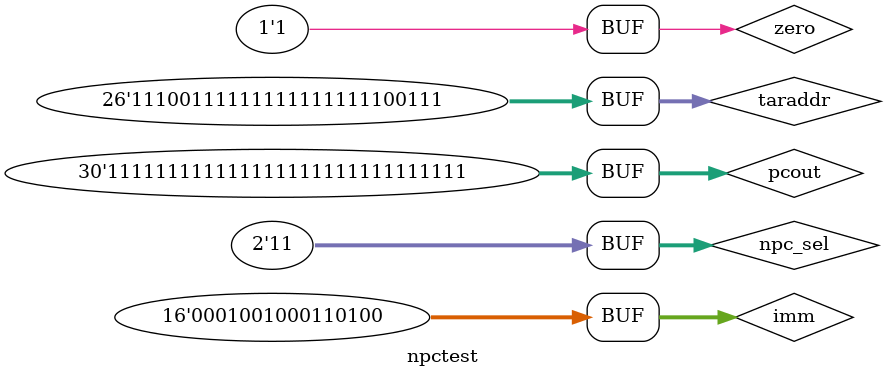
<source format=v>
module npctest;
  reg[25:0]taraddr;
  wire[29:0]newpc;
  reg[15:0]imm;
  reg[1:0]npc_sel;
  reg zero;
  reg[29:0]pcout;
  npc n(taraddr,pcout,imm,npc_sel,zero,newpc);
  
  initial
  begin
    //since npe_sel is 00, it should just go one down, pcout+1
    taraddr=26'b11111111111101111111111111;
    imm=16'h1234;
    npc_sel=2'b00;
    zero=0;
    pcout=30'b111111111111111111111111111110;
    
    //similarly it should just go one down (since zero is 0), pcout + 1
    #100
    taraddr=26'b11111111111111111111111111;
    imm=16'h1234;
    npc_sel=2'b01;
    zero=0;
    pcout=30'b111111111111111111111111111110;
    
    //jump to 4 bits of pcout +1 + taraddress 
    #100
    taraddr=26'b11111111111001111111111111;
    imm=16'h1234;
    npc_sel=2'b11;
    zero=0;
    pcout=30'b111111111111111111111111111110;
    
    //go one down
    #100
    taraddr=26'b11111111111111111111111111;
    imm=16'h1234;
    npc_sel=2'b00;
    zero=1;
    pcout=30'b111111111111111111111111111100;
    
    //jump x instructions down, where x is an immediate
    #100
    taraddr=26'b11111111111111111111111111;
    imm=16'h1234;
    npc_sel=2'b01;
    zero=1;
    pcout=30'b000011111111111111111111111111;
    
    //jump to 4 bits of pcout+1+ taraddress
    #100
    taraddr=26'b11100111111111111111100111;
    imm=16'h1234;
    npc_sel=2'b11;
    zero=1;
    pcout=30'b111111111111111111111111111111;
  end
endmodule

  


</source>
